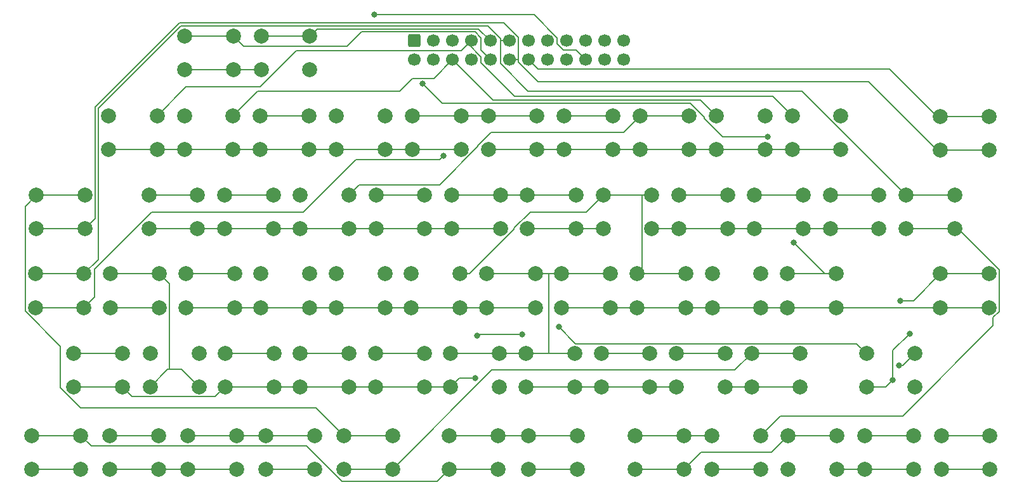
<source format=gbr>
%TF.GenerationSoftware,KiCad,Pcbnew,7.0.1*%
%TF.CreationDate,2023-09-25T23:55:44+03:00*%
%TF.ProjectId,keyboard_test,6b657962-6f61-4726-945f-746573742e6b,rev?*%
%TF.SameCoordinates,Original*%
%TF.FileFunction,Copper,L1,Top*%
%TF.FilePolarity,Positive*%
%FSLAX46Y46*%
G04 Gerber Fmt 4.6, Leading zero omitted, Abs format (unit mm)*
G04 Created by KiCad (PCBNEW 7.0.1) date 2023-09-25 23:55:44*
%MOMM*%
%LPD*%
G01*
G04 APERTURE LIST*
G04 Aperture macros list*
%AMRoundRect*
0 Rectangle with rounded corners*
0 $1 Rounding radius*
0 $2 $3 $4 $5 $6 $7 $8 $9 X,Y pos of 4 corners*
0 Add a 4 corners polygon primitive as box body*
4,1,4,$2,$3,$4,$5,$6,$7,$8,$9,$2,$3,0*
0 Add four circle primitives for the rounded corners*
1,1,$1+$1,$2,$3*
1,1,$1+$1,$4,$5*
1,1,$1+$1,$6,$7*
1,1,$1+$1,$8,$9*
0 Add four rect primitives between the rounded corners*
20,1,$1+$1,$2,$3,$4,$5,0*
20,1,$1+$1,$4,$5,$6,$7,0*
20,1,$1+$1,$6,$7,$8,$9,0*
20,1,$1+$1,$8,$9,$2,$3,0*%
G04 Aperture macros list end*
%TA.AperFunction,ComponentPad*%
%ADD10C,2.000000*%
%TD*%
%TA.AperFunction,ComponentPad*%
%ADD11RoundRect,0.250000X-0.600000X0.600000X-0.600000X-0.600000X0.600000X-0.600000X0.600000X0.600000X0*%
%TD*%
%TA.AperFunction,ComponentPad*%
%ADD12C,1.700000*%
%TD*%
%TA.AperFunction,ViaPad*%
%ADD13C,0.800000*%
%TD*%
%TA.AperFunction,Conductor*%
%ADD14C,0.200000*%
%TD*%
G04 APERTURE END LIST*
D10*
%TO.P,SW21,1,1*%
%TO.N,Net-(J1-Pin_4)*%
X118395200Y-106432400D03*
X124895200Y-106432400D03*
%TO.P,SW21,2,2*%
%TO.N,Net-(J1-Pin_17)*%
X118395200Y-110932400D03*
X124895200Y-110932400D03*
%TD*%
%TO.P,SW59,1,1*%
%TO.N,Net-(J1-Pin_6)*%
X153308100Y-138577000D03*
X159808100Y-138577000D03*
%TO.P,SW59,2,2*%
%TO.N,Net-(J1-Pin_13)*%
X153308100Y-143077000D03*
X159808100Y-143077000D03*
%TD*%
%TO.P,SW33,1,1*%
%TO.N,Net-(J1-Pin_3)*%
X112877600Y-116962800D03*
X119377600Y-116962800D03*
%TO.P,SW33,2,2*%
%TO.N,Net-(J1-Pin_15)*%
X112877600Y-121462800D03*
X119377600Y-121462800D03*
%TD*%
%TO.P,SW60,1,1*%
%TO.N,Net-(J1-Pin_1)*%
X163512500Y-138577000D03*
X170012500Y-138577000D03*
%TO.P,SW60,2,2*%
%TO.N,Net-(J1-Pin_2)*%
X163512500Y-143077000D03*
X170012500Y-143077000D03*
%TD*%
%TO.P,SW2,1,1*%
%TO.N,Net-(J1-Pin_9)*%
X72758300Y-85202200D03*
X79258300Y-85202200D03*
%TO.P,SW2,2,2*%
%TO.N,Net-(J1-Pin_20)*%
X72758300Y-89702200D03*
X79258300Y-89702200D03*
%TD*%
%TO.P,SW23,1,1*%
%TO.N,Net-(J1-Pin_6)*%
X138604300Y-106432400D03*
X145104300Y-106432400D03*
%TO.P,SW23,2,2*%
%TO.N,Net-(J1-Pin_17)*%
X138604300Y-110932400D03*
X145104300Y-110932400D03*
%TD*%
%TO.P,SW25,1,1*%
%TO.N,Net-(J1-Pin_11)*%
X158813500Y-106432400D03*
X165313500Y-106432400D03*
%TO.P,SW25,2,2*%
%TO.N,Net-(J1-Pin_18)*%
X158813500Y-110932400D03*
X165313500Y-110932400D03*
%TD*%
%TO.P,SW46,1,1*%
%TO.N,Net-(J1-Pin_5)*%
X128168500Y-127580000D03*
X134668500Y-127580000D03*
%TO.P,SW46,2,2*%
%TO.N,Net-(J1-Pin_13)*%
X128168500Y-132080000D03*
X134668500Y-132080000D03*
%TD*%
%TO.P,SW29,1,1*%
%TO.N,Net-(J1-Pin_6)*%
X72736300Y-116962800D03*
X79236300Y-116962800D03*
%TO.P,SW29,2,2*%
%TO.N,Net-(J1-Pin_23)*%
X72736300Y-121462800D03*
X79236300Y-121462800D03*
%TD*%
%TO.P,SW32,1,1*%
%TO.N,Net-(J1-Pin_3)*%
X102842200Y-116962800D03*
X109342200Y-116962800D03*
%TO.P,SW32,2,2*%
%TO.N,Net-(J1-Pin_23)*%
X102842200Y-121462800D03*
X109342200Y-121462800D03*
%TD*%
%TO.P,SW17,1,1*%
%TO.N,Net-(J1-Pin_5)*%
X77976800Y-106432400D03*
X84476800Y-106432400D03*
%TO.P,SW17,2,2*%
%TO.N,Net-(J1-Pin_22)*%
X77976800Y-110932400D03*
X84476800Y-110932400D03*
%TD*%
%TO.P,SW49,1,1*%
%TO.N,Net-(J1-Pin_13)*%
X42175500Y-138577000D03*
X48675500Y-138577000D03*
%TO.P,SW49,2,2*%
%TO.N,Net-(J1-Pin_6)*%
X42175500Y-143077000D03*
X48675500Y-143077000D03*
%TD*%
%TO.P,SW37,1,1*%
%TO.N,Net-(J1-Pin_7)*%
X163385500Y-116962800D03*
X169885500Y-116962800D03*
%TO.P,SW37,2,2*%
%TO.N,Net-(J1-Pin_15)*%
X163385500Y-121462800D03*
X169885500Y-121462800D03*
%TD*%
%TO.P,SW13,1,1*%
%TO.N,Net-(J1-Pin_14)*%
X163385500Y-95910400D03*
X169885500Y-95910400D03*
%TO.P,SW13,2,2*%
%TO.N,Net-(J1-Pin_12)*%
X163385500Y-100410400D03*
X169885500Y-100410400D03*
%TD*%
%TO.P,SW39,1,1*%
%TO.N,Net-(J1-Pin_11)*%
X57948900Y-127554600D03*
X64448900Y-127554600D03*
%TO.P,SW39,2,2*%
%TO.N,Net-(J1-Pin_20)*%
X57948900Y-132054600D03*
X64448900Y-132054600D03*
%TD*%
%TO.P,SW19,1,1*%
%TO.N,Net-(J1-Pin_3)*%
X98186000Y-106432400D03*
X104686000Y-106432400D03*
%TO.P,SW19,2,2*%
%TO.N,Net-(J1-Pin_22)*%
X98186000Y-110932400D03*
X104686000Y-110932400D03*
%TD*%
%TO.P,SW28,1,1*%
%TO.N,Net-(J1-Pin_7)*%
X62701000Y-116962800D03*
X69201000Y-116962800D03*
%TO.P,SW28,2,2*%
%TO.N,Net-(J1-Pin_23)*%
X62701000Y-121462800D03*
X69201000Y-121462800D03*
%TD*%
%TO.P,SW24,1,1*%
%TO.N,Net-(J1-Pin_7)*%
X148708900Y-106432400D03*
X155208900Y-106432400D03*
%TO.P,SW24,2,2*%
%TO.N,Net-(J1-Pin_17)*%
X148708900Y-110932400D03*
X155208900Y-110932400D03*
%TD*%
%TO.P,SW9,1,1*%
%TO.N,Net-(J1-Pin_4)*%
X113202400Y-95830000D03*
X119702400Y-95830000D03*
%TO.P,SW9,2,2*%
%TO.N,Net-(J1-Pin_19)*%
X113202400Y-100330000D03*
X119702400Y-100330000D03*
%TD*%
%TO.P,SW34,1,1*%
%TO.N,Net-(J1-Pin_4)*%
X122912900Y-116962800D03*
X129412900Y-116962800D03*
%TO.P,SW34,2,2*%
%TO.N,Net-(J1-Pin_15)*%
X122912900Y-121462800D03*
X129412900Y-121462800D03*
%TD*%
%TO.P,SW6,1,1*%
%TO.N,Net-(J1-Pin_4)*%
X82781600Y-95830000D03*
X89281600Y-95830000D03*
%TO.P,SW6,2,2*%
%TO.N,Net-(J1-Pin_21)*%
X82781600Y-100330000D03*
X89281600Y-100330000D03*
%TD*%
%TO.P,SW12,1,1*%
%TO.N,Net-(J1-Pin_7)*%
X143623100Y-95830000D03*
X150123100Y-95830000D03*
%TO.P,SW12,2,2*%
%TO.N,Net-(J1-Pin_19)*%
X143623100Y-100330000D03*
X150123100Y-100330000D03*
%TD*%
%TO.P,SW22,1,1*%
%TO.N,Net-(J1-Pin_5)*%
X128499700Y-106432400D03*
X134999700Y-106432400D03*
%TO.P,SW22,2,2*%
%TO.N,Net-(J1-Pin_17)*%
X128499700Y-110932400D03*
X134999700Y-110932400D03*
%TD*%
%TO.P,SW45,1,1*%
%TO.N,Net-(J1-Pin_4)*%
X118130500Y-127580000D03*
X124630500Y-127580000D03*
%TO.P,SW45,2,2*%
%TO.N,Net-(J1-Pin_13)*%
X118130500Y-132080000D03*
X124630500Y-132080000D03*
%TD*%
%TO.P,SW57,1,1*%
%TO.N,Net-(J1-Pin_18)*%
X132899200Y-138577000D03*
X139399200Y-138577000D03*
%TO.P,SW57,2,2*%
%TO.N,Net-(J1-Pin_8)*%
X132899200Y-143077000D03*
X139399200Y-143077000D03*
%TD*%
%TO.P,SW58,1,1*%
%TO.N,Net-(J1-Pin_9)*%
X143103600Y-138577000D03*
X149603600Y-138577000D03*
%TO.P,SW58,2,2*%
%TO.N,Net-(J1-Pin_13)*%
X143103600Y-143077000D03*
X149603600Y-143077000D03*
%TD*%
%TO.P,SW41,1,1*%
%TO.N,Net-(J1-Pin_5)*%
X77978100Y-127580000D03*
X84478100Y-127580000D03*
%TO.P,SW41,2,2*%
%TO.N,Net-(J1-Pin_24)*%
X77978100Y-132080000D03*
X84478100Y-132080000D03*
%TD*%
%TO.P,SW51,1,1*%
%TO.N,Net-(J1-Pin_8)*%
X62978100Y-138577000D03*
X69478100Y-138577000D03*
%TO.P,SW51,2,2*%
%TO.N,Net-(J1-Pin_16)*%
X62978100Y-143077000D03*
X69478100Y-143077000D03*
%TD*%
%TO.P,SW36,1,1*%
%TO.N,Net-(J1-Pin_6)*%
X142983481Y-116962800D03*
X149483481Y-116962800D03*
%TO.P,SW36,2,2*%
%TO.N,Net-(J1-Pin_15)*%
X142983481Y-121462800D03*
X149483481Y-121462800D03*
%TD*%
%TO.P,SW48,1,1*%
%TO.N,Net-(J1-Pin_24)*%
X153527900Y-127580000D03*
X160027900Y-127580000D03*
%TO.P,SW48,2,2*%
%TO.N,Net-(J1-Pin_7)*%
X153527900Y-132080000D03*
X160027900Y-132080000D03*
%TD*%
%TO.P,SW10,1,1*%
%TO.N,Net-(J1-Pin_5)*%
X123342600Y-95830000D03*
X129842600Y-95830000D03*
%TO.P,SW10,2,2*%
%TO.N,Net-(J1-Pin_19)*%
X123342600Y-100330000D03*
X129842600Y-100330000D03*
%TD*%
%TO.P,SW4,1,1*%
%TO.N,Net-(J1-Pin_6)*%
X62501100Y-95830000D03*
X69001100Y-95830000D03*
%TO.P,SW4,2,2*%
%TO.N,Net-(J1-Pin_21)*%
X62501100Y-100330000D03*
X69001100Y-100330000D03*
%TD*%
%TO.P,SW31,1,1*%
%TO.N,Net-(J1-Pin_4)*%
X92806900Y-116962800D03*
X99306900Y-116962800D03*
%TO.P,SW31,2,2*%
%TO.N,Net-(J1-Pin_23)*%
X92806900Y-121462800D03*
X99306900Y-121462800D03*
%TD*%
%TO.P,SW5,1,1*%
%TO.N,Net-(J1-Pin_5)*%
X72641400Y-95830000D03*
X79141400Y-95830000D03*
%TO.P,SW5,2,2*%
%TO.N,Net-(J1-Pin_21)*%
X72641400Y-100330000D03*
X79141400Y-100330000D03*
%TD*%
%TO.P,SW1,1,1*%
%TO.N,Net-(J1-Pin_10)*%
X62547500Y-85202200D03*
X69047500Y-85202200D03*
%TO.P,SW1,2,2*%
%TO.N,Net-(J1-Pin_20)*%
X62547500Y-89702200D03*
X69047500Y-89702200D03*
%TD*%
%TO.P,SW7,1,1*%
%TO.N,Net-(J1-Pin_3)*%
X92921900Y-95830000D03*
X99421900Y-95830000D03*
%TO.P,SW7,2,2*%
%TO.N,Net-(J1-Pin_21)*%
X92921900Y-100330000D03*
X99421900Y-100330000D03*
%TD*%
%TO.P,SW53,1,1*%
%TO.N,Net-(J1-Pin_18)*%
X83780700Y-138577000D03*
X90280700Y-138577000D03*
%TO.P,SW53,2,2*%
%TO.N,Net-(J1-Pin_10)*%
X83780700Y-143077000D03*
X90280700Y-143077000D03*
%TD*%
%TO.P,SW56,1,1*%
%TO.N,Net-(J1-Pin_18)*%
X122694700Y-138577000D03*
X129194700Y-138577000D03*
%TO.P,SW56,2,2*%
%TO.N,Net-(J1-Pin_9)*%
X122694700Y-143077000D03*
X129194700Y-143077000D03*
%TD*%
%TO.P,SW16,1,1*%
%TO.N,Net-(J1-Pin_6)*%
X67872300Y-106432400D03*
X74372300Y-106432400D03*
%TO.P,SW16,2,2*%
%TO.N,Net-(J1-Pin_22)*%
X67872300Y-110932400D03*
X74372300Y-110932400D03*
%TD*%
%TO.P,SW40,1,1*%
%TO.N,Net-(J1-Pin_6)*%
X67940100Y-127580000D03*
X74440100Y-127580000D03*
%TO.P,SW40,2,2*%
%TO.N,Net-(J1-Pin_24)*%
X67940100Y-132080000D03*
X74440100Y-132080000D03*
%TD*%
%TO.P,SW18,1,1*%
%TO.N,Net-(J1-Pin_4)*%
X88081400Y-106432400D03*
X94581400Y-106432400D03*
%TO.P,SW18,2,2*%
%TO.N,Net-(J1-Pin_22)*%
X88081400Y-110932400D03*
X94581400Y-110932400D03*
%TD*%
%TO.P,SW42,1,1*%
%TO.N,Net-(J1-Pin_4)*%
X88016200Y-127580000D03*
X94516200Y-127580000D03*
%TO.P,SW42,2,2*%
%TO.N,Net-(J1-Pin_24)*%
X88016200Y-132080000D03*
X94516200Y-132080000D03*
%TD*%
%TO.P,SW54,1,1*%
%TO.N,Net-(J1-Pin_7)*%
X97852300Y-138577000D03*
X104352300Y-138577000D03*
%TO.P,SW54,2,2*%
%TO.N,Net-(J1-Pin_13)*%
X97852300Y-143077000D03*
X104352300Y-143077000D03*
%TD*%
%TO.P,SW52,1,1*%
%TO.N,Net-(J1-Pin_8)*%
X73379400Y-138577000D03*
X79879400Y-138577000D03*
%TO.P,SW52,2,2*%
%TO.N,Net-(J1-Pin_20)*%
X73379400Y-143077000D03*
X79879400Y-143077000D03*
%TD*%
%TO.P,SW43,1,1*%
%TO.N,Net-(J1-Pin_3)*%
X98054300Y-127580000D03*
X104554300Y-127580000D03*
%TO.P,SW43,2,2*%
%TO.N,Net-(J1-Pin_24)*%
X98054300Y-132080000D03*
X104554300Y-132080000D03*
%TD*%
%TO.P,SW27,1,1*%
%TO.N,Net-(J1-Pin_20)*%
X52665700Y-116962800D03*
X59165700Y-116962800D03*
%TO.P,SW27,2,2*%
%TO.N,Net-(J1-Pin_12)*%
X52665700Y-121462800D03*
X59165700Y-121462800D03*
%TD*%
%TO.P,SW26,1,1*%
%TO.N,Net-(J1-Pin_11)*%
X42604900Y-116962800D03*
X49104900Y-116962800D03*
%TO.P,SW26,2,2*%
%TO.N,Net-(J1-Pin_14)*%
X42604900Y-121462800D03*
X49104900Y-121462800D03*
%TD*%
%TO.P,SW44,1,1*%
%TO.N,Net-(J1-Pin_3)*%
X108092400Y-127580000D03*
X114592400Y-127580000D03*
%TO.P,SW44,2,2*%
%TO.N,Net-(J1-Pin_13)*%
X108092400Y-132080000D03*
X114592400Y-132080000D03*
%TD*%
%TO.P,SW47,1,1*%
%TO.N,Net-(J1-Pin_10)*%
X138206600Y-127580000D03*
X144706600Y-127580000D03*
%TO.P,SW47,2,2*%
%TO.N,Net-(J1-Pin_13)*%
X138206600Y-132080000D03*
X144706600Y-132080000D03*
%TD*%
%TO.P,SW15,1,1*%
%TO.N,Net-(J1-Pin_7)*%
X57767700Y-106432400D03*
X64267700Y-106432400D03*
%TO.P,SW15,2,2*%
%TO.N,Net-(J1-Pin_22)*%
X57767700Y-110932400D03*
X64267700Y-110932400D03*
%TD*%
%TO.P,SW35,1,1*%
%TO.N,Net-(J1-Pin_5)*%
X132948200Y-116962800D03*
X139448200Y-116962800D03*
%TO.P,SW35,2,2*%
%TO.N,Net-(J1-Pin_15)*%
X132948200Y-121462800D03*
X139448200Y-121462800D03*
%TD*%
%TO.P,SW55,1,1*%
%TO.N,Net-(J1-Pin_7)*%
X108418700Y-138577000D03*
X114918700Y-138577000D03*
%TO.P,SW55,2,2*%
%TO.N,Net-(J1-Pin_13)*%
X108418700Y-143077000D03*
X114918700Y-143077000D03*
%TD*%
%TO.P,SW3,1,1*%
%TO.N,Net-(J1-Pin_7)*%
X52360900Y-95830000D03*
X58860900Y-95830000D03*
%TO.P,SW3,2,2*%
%TO.N,Net-(J1-Pin_21)*%
X52360900Y-100330000D03*
X58860900Y-100330000D03*
%TD*%
%TO.P,SW11,1,1*%
%TO.N,Net-(J1-Pin_6)*%
X133482900Y-95830000D03*
X139982900Y-95830000D03*
%TO.P,SW11,2,2*%
%TO.N,Net-(J1-Pin_19)*%
X133482900Y-100330000D03*
X139982900Y-100330000D03*
%TD*%
%TO.P,SW38,1,1*%
%TO.N,Net-(J1-Pin_7)*%
X47739300Y-127565200D03*
X54239300Y-127565200D03*
%TO.P,SW38,2,2*%
%TO.N,Net-(J1-Pin_24)*%
X47739300Y-132065200D03*
X54239300Y-132065200D03*
%TD*%
%TO.P,SW30,1,1*%
%TO.N,Net-(J1-Pin_5)*%
X82771600Y-116962800D03*
X89271600Y-116962800D03*
%TO.P,SW30,2,2*%
%TO.N,Net-(J1-Pin_23)*%
X82771600Y-121462800D03*
X89271600Y-121462800D03*
%TD*%
%TO.P,SW50,1,1*%
%TO.N,Net-(J1-Pin_11)*%
X52576800Y-138577000D03*
X59076800Y-138577000D03*
%TO.P,SW50,2,2*%
%TO.N,Net-(J1-Pin_16)*%
X52576800Y-143077000D03*
X59076800Y-143077000D03*
%TD*%
%TO.P,SW14,1,1*%
%TO.N,Net-(J1-Pin_18)*%
X42735500Y-106432400D03*
X49235500Y-106432400D03*
%TO.P,SW14,2,2*%
%TO.N,Net-(J1-Pin_12)*%
X42735500Y-110932400D03*
X49235500Y-110932400D03*
%TD*%
%TO.P,SW8,1,1*%
%TO.N,Net-(J1-Pin_3)*%
X103062100Y-95830000D03*
X109562100Y-95830000D03*
%TO.P,SW8,2,2*%
%TO.N,Net-(J1-Pin_19)*%
X103062100Y-100330000D03*
X109562100Y-100330000D03*
%TD*%
%TO.P,SW20,1,1*%
%TO.N,Net-(J1-Pin_3)*%
X108290600Y-106432400D03*
X114790600Y-106432400D03*
%TO.P,SW20,2,2*%
%TO.N,Net-(J1-Pin_17)*%
X108290600Y-110932400D03*
X114790600Y-110932400D03*
%TD*%
D11*
%TO.P,J1,1,Pin_1*%
%TO.N,Net-(J1-Pin_1)*%
X93202900Y-85786400D03*
D12*
%TO.P,J1,2,Pin_2*%
%TO.N,Net-(J1-Pin_2)*%
X93202900Y-88326400D03*
%TO.P,J1,3,Pin_3*%
%TO.N,Net-(J1-Pin_3)*%
X95742900Y-85786400D03*
%TO.P,J1,4,Pin_4*%
%TO.N,Net-(J1-Pin_4)*%
X95742900Y-88326400D03*
%TO.P,J1,5,Pin_5*%
%TO.N,Net-(J1-Pin_5)*%
X98282900Y-85786400D03*
%TO.P,J1,6,Pin_6*%
%TO.N,Net-(J1-Pin_6)*%
X98282900Y-88326400D03*
%TO.P,J1,7,Pin_7*%
%TO.N,Net-(J1-Pin_7)*%
X100822900Y-85786400D03*
%TO.P,J1,8,Pin_8*%
%TO.N,Net-(J1-Pin_8)*%
X100822900Y-88326400D03*
%TO.P,J1,9,Pin_9*%
%TO.N,Net-(J1-Pin_9)*%
X103362900Y-85786400D03*
%TO.P,J1,10,Pin_10*%
%TO.N,Net-(J1-Pin_10)*%
X103362900Y-88326400D03*
%TO.P,J1,11,Pin_11*%
%TO.N,Net-(J1-Pin_11)*%
X105902900Y-85786400D03*
%TO.P,J1,12,Pin_12*%
%TO.N,Net-(J1-Pin_12)*%
X105902900Y-88326400D03*
%TO.P,J1,13,Pin_13*%
%TO.N,Net-(J1-Pin_13)*%
X108442900Y-85786400D03*
%TO.P,J1,14,Pin_14*%
%TO.N,Net-(J1-Pin_14)*%
X108442900Y-88326400D03*
%TO.P,J1,15,Pin_15*%
%TO.N,Net-(J1-Pin_15)*%
X110982900Y-85786400D03*
%TO.P,J1,16,Pin_16*%
%TO.N,Net-(J1-Pin_16)*%
X110982900Y-88326400D03*
%TO.P,J1,17,Pin_17*%
%TO.N,Net-(J1-Pin_17)*%
X113522900Y-85786400D03*
%TO.P,J1,18,Pin_18*%
%TO.N,Net-(J1-Pin_18)*%
X113522900Y-88326400D03*
%TO.P,J1,19,Pin_19*%
%TO.N,Net-(J1-Pin_19)*%
X116062900Y-85786400D03*
%TO.P,J1,20,Pin_20*%
%TO.N,Net-(J1-Pin_20)*%
X116062900Y-88326400D03*
%TO.P,J1,21,Pin_21*%
%TO.N,Net-(J1-Pin_21)*%
X118602900Y-85786400D03*
%TO.P,J1,22,Pin_22*%
%TO.N,Net-(J1-Pin_22)*%
X118602900Y-88326400D03*
%TO.P,J1,23,Pin_23*%
%TO.N,Net-(J1-Pin_23)*%
X121142900Y-85786400D03*
%TO.P,J1,24,Pin_24*%
%TO.N,Net-(J1-Pin_24)*%
X121142900Y-88326400D03*
%TD*%
D13*
%TO.N,Net-(J1-Pin_2)*%
X94281200Y-91516500D03*
X140361600Y-98593600D03*
%TO.N,Net-(J1-Pin_6)*%
X143825100Y-112786600D03*
%TO.N,Net-(J1-Pin_7)*%
X157058500Y-131150800D03*
X158049100Y-120533600D03*
X159293700Y-124927800D03*
%TO.N,Net-(J1-Pin_14)*%
X97086100Y-101164400D03*
%TO.N,Net-(J1-Pin_20)*%
X87852400Y-82332800D03*
%TO.N,Net-(J1-Pin_24)*%
X157845900Y-129195000D03*
X112506900Y-124064200D03*
X101610300Y-125258000D03*
X107579300Y-125054800D03*
X101280100Y-130922200D03*
%TD*%
D14*
%TO.N,Net-(J1-Pin_1)*%
X170012500Y-138577000D02*
X163512500Y-138577000D01*
%TO.N,Net-(J1-Pin_2)*%
X170012500Y-143077000D02*
X163512500Y-143077000D01*
X94281200Y-91516500D02*
X96889200Y-94124500D01*
X96889200Y-94124500D02*
X130013900Y-94124500D01*
X131887000Y-96139200D02*
X134341400Y-98593600D01*
X131887000Y-95997600D02*
X131887000Y-96139200D01*
X130013900Y-94124500D02*
X131887000Y-95997600D01*
X134341400Y-98593600D02*
X140361600Y-98593600D01*
%TO.N,Net-(J1-Pin_3)*%
X99421900Y-95830000D02*
X92921900Y-95830000D01*
X112877600Y-116962800D02*
X111109900Y-116962800D01*
X102842200Y-116962800D02*
X109342200Y-116962800D01*
X108290600Y-106432400D02*
X104686000Y-106432400D01*
X108092400Y-127580000D02*
X104554300Y-127580000D01*
X111109900Y-116962800D02*
X109342200Y-116962800D01*
X111109900Y-127580000D02*
X108092400Y-127580000D01*
X111109900Y-127580000D02*
X111109900Y-116962800D01*
X114592400Y-127580000D02*
X111109900Y-127580000D01*
X114790600Y-106432400D02*
X108290600Y-106432400D01*
X104686000Y-106432400D02*
X98186000Y-106432400D01*
X103062100Y-95830000D02*
X99421900Y-95830000D01*
X119377600Y-116962800D02*
X112877600Y-116962800D01*
X109562100Y-95830000D02*
X103062100Y-95830000D01*
X104554300Y-127580000D02*
X98054300Y-127580000D01*
%TO.N,Net-(J1-Pin_4)*%
X129412900Y-116962800D02*
X123576400Y-116962800D01*
X106488400Y-110838800D02*
X108644800Y-108682400D01*
X99306900Y-116962800D02*
X100536800Y-116962800D01*
X119702400Y-95830000D02*
X113202400Y-95830000D01*
X94581400Y-106432400D02*
X88081400Y-106432400D01*
X100536800Y-116962800D02*
X106488400Y-111011200D01*
X124630500Y-127580000D02*
X118130500Y-127580000D01*
X123576400Y-106432400D02*
X124895200Y-106432400D01*
X116145200Y-108682400D02*
X118395200Y-106432400D01*
X123576400Y-116962800D02*
X122912900Y-116962800D01*
X94516200Y-127580000D02*
X88016200Y-127580000D01*
X106488400Y-111011200D02*
X106488400Y-110838800D01*
X108644800Y-108682400D02*
X116145200Y-108682400D01*
X118395200Y-106432400D02*
X123576400Y-106432400D01*
X123576400Y-116962800D02*
X123576400Y-106432400D01*
%TO.N,Net-(J1-Pin_5)*%
X72641400Y-95830000D02*
X79141400Y-95830000D01*
X84478100Y-127580000D02*
X77978100Y-127580000D01*
X84476800Y-106432400D02*
X85847900Y-105061300D01*
X121092600Y-98080000D02*
X123342600Y-95830000D01*
X129842600Y-95830000D02*
X123342600Y-95830000D01*
X96567400Y-105061300D02*
X101701700Y-99927000D01*
X101701700Y-99814800D02*
X103436500Y-98080000D01*
X103436500Y-98080000D02*
X121092600Y-98080000D01*
X85847900Y-105061300D02*
X96567400Y-105061300D01*
X134999700Y-106432400D02*
X128499700Y-106432400D01*
X101701700Y-99927000D02*
X101701700Y-99814800D01*
X134668500Y-127580000D02*
X128168500Y-127580000D01*
%TO.N,Net-(J1-Pin_6)*%
X142983481Y-116962800D02*
X149483481Y-116962800D01*
X69001100Y-95830000D02*
X72287300Y-92543800D01*
X91238100Y-92543800D02*
X92967300Y-90814600D01*
X95794700Y-90814600D02*
X98282900Y-88326400D01*
X131372700Y-93719800D02*
X133482900Y-95830000D01*
X149483481Y-116962800D02*
X148001300Y-116962800D01*
X98282900Y-88326400D02*
X103676300Y-93719800D01*
X92967300Y-90814600D02*
X95794700Y-90814600D01*
X145104300Y-106432400D02*
X138604300Y-106432400D01*
X148001300Y-116962800D02*
X143825100Y-112786600D01*
X74440100Y-127580000D02*
X67940100Y-127580000D01*
X159808100Y-138577000D02*
X153308100Y-138577000D01*
X72287300Y-92543800D02*
X91238100Y-92543800D01*
X74372300Y-106432400D02*
X67872300Y-106432400D01*
X48675500Y-143077000D02*
X42175500Y-143077000D01*
X103676300Y-93719800D02*
X131372700Y-93719800D01*
%TO.N,Net-(J1-Pin_7)*%
X69201000Y-116962800D02*
X62701000Y-116962800D01*
X163385500Y-116962800D02*
X159814700Y-120533600D01*
X169885500Y-116962800D02*
X163385500Y-116962800D01*
X100386500Y-86222800D02*
X99464600Y-87144700D01*
X114918700Y-138577000D02*
X108418700Y-138577000D01*
X104352300Y-138577000D02*
X97852300Y-138577000D01*
X102092900Y-88753200D02*
X106575400Y-93235700D01*
X157058500Y-127163000D02*
X157058500Y-131150800D01*
X141026800Y-93235700D02*
X141793300Y-94002200D01*
X77403300Y-87144700D02*
X72606300Y-91941700D01*
X72606300Y-91941700D02*
X62749200Y-91941700D01*
X159814700Y-120533600D02*
X158049100Y-120533600D01*
X159293700Y-124927800D02*
X157058500Y-127163000D01*
X62749200Y-91941700D02*
X58860900Y-95830000D01*
X64267700Y-106432400D02*
X57767700Y-106432400D01*
X155208900Y-106432400D02*
X148708900Y-106432400D01*
X106575400Y-93235700D02*
X141026800Y-93235700D01*
X100386500Y-86222800D02*
X102092900Y-87929300D01*
X141795300Y-94002200D02*
X143623100Y-95830000D01*
X100822900Y-85786400D02*
X100386500Y-86222800D01*
X141793300Y-94002200D02*
X141795300Y-94002200D01*
X108418700Y-138577000D02*
X104352300Y-138577000D01*
X54239300Y-127565200D02*
X47739300Y-127565200D01*
X156129300Y-132080000D02*
X157058500Y-131150800D01*
X102092900Y-87929300D02*
X102092900Y-88753200D01*
X99464600Y-87144700D02*
X77403300Y-87144700D01*
X153527900Y-132080000D02*
X156129300Y-132080000D01*
%TO.N,Net-(J1-Pin_8)*%
X79879400Y-138577000D02*
X73379400Y-138577000D01*
X73379400Y-138577000D02*
X69478100Y-138577000D01*
X69478100Y-138577000D02*
X62978100Y-138577000D01*
X139399200Y-143077000D02*
X132899200Y-143077000D01*
%TO.N,Net-(J1-Pin_9)*%
X129194700Y-143077000D02*
X131444700Y-140827000D01*
X140853600Y-140827000D02*
X143103600Y-138577000D01*
X149603600Y-138577000D02*
X143103600Y-138577000D01*
X79258300Y-85202200D02*
X80260100Y-84200400D01*
X122694700Y-143077000D02*
X129194700Y-143077000D01*
X101776900Y-84200400D02*
X103362900Y-85786400D01*
X79258300Y-85202200D02*
X72758300Y-85202200D01*
X80260100Y-84200400D02*
X101776900Y-84200400D01*
X131444700Y-140827000D02*
X140853600Y-140827000D01*
%TO.N,Net-(J1-Pin_10)*%
X103362900Y-88326400D02*
X102110700Y-87074200D01*
X70383400Y-86538100D02*
X69047500Y-85202200D01*
X103527700Y-129830000D02*
X90280700Y-143077000D01*
X144706600Y-127580000D02*
X138206600Y-127580000D01*
X84229000Y-86538100D02*
X70383400Y-86538100D01*
X102110700Y-87074200D02*
X102110700Y-85385400D01*
X86160100Y-84607000D02*
X84229000Y-86538100D01*
X90280700Y-143077000D02*
X83780700Y-143077000D01*
X102110700Y-85385400D02*
X101332300Y-84607000D01*
X101332300Y-84607000D02*
X86160100Y-84607000D01*
X62547500Y-85202200D02*
X69047500Y-85202200D01*
X138206600Y-127580000D02*
X135956600Y-129830000D01*
X135956600Y-129830000D02*
X103527700Y-129830000D01*
%TO.N,Net-(J1-Pin_11)*%
X104712200Y-85786400D02*
X104712200Y-85488700D01*
X165313500Y-106432400D02*
X158813500Y-106432400D01*
X104712300Y-85786400D02*
X105902900Y-85786400D01*
X51036700Y-115031000D02*
X49104900Y-116962800D01*
X104712300Y-85786400D02*
X104712200Y-85786400D01*
X51036700Y-94793000D02*
X51036700Y-115031000D01*
X49104900Y-116962800D02*
X42604900Y-116962800D01*
X59076800Y-138577000D02*
X52576800Y-138577000D01*
X104712300Y-85786400D02*
X104712300Y-88829900D01*
X108383200Y-92500800D02*
X144881900Y-92500800D01*
X104712300Y-88829900D02*
X108383200Y-92500800D01*
X103014100Y-83790600D02*
X62039100Y-83790600D01*
X144881900Y-92500800D02*
X158813500Y-106432400D01*
X104712200Y-85488700D02*
X103014100Y-83790600D01*
X62039100Y-83790600D02*
X51036700Y-94793000D01*
%TO.N,Net-(J1-Pin_12)*%
X107093500Y-88326400D02*
X107093500Y-85344700D01*
X169885500Y-100410400D02*
X162929500Y-100410400D01*
X162929500Y-100410400D02*
X153801800Y-91282700D01*
X61872700Y-83388700D02*
X50634800Y-94626600D01*
X42735500Y-110932400D02*
X49235500Y-110932400D01*
X153801800Y-91282700D02*
X109732300Y-91282700D01*
X105137500Y-83388700D02*
X61872700Y-83388700D01*
X107093500Y-88643900D02*
X107093500Y-88326400D01*
X107093500Y-85344700D02*
X105137500Y-83388700D01*
X107093500Y-88326400D02*
X105902900Y-88326400D01*
X59165700Y-121462800D02*
X52665700Y-121462800D01*
X50634800Y-94626600D02*
X50634800Y-109533100D01*
X109732300Y-91282700D02*
X107093500Y-88643900D01*
X50634800Y-109533100D02*
X49235500Y-110932400D01*
%TO.N,Net-(J1-Pin_13)*%
X50076100Y-139977600D02*
X48675500Y-138577000D01*
X138206600Y-132080000D02*
X134668500Y-132080000D01*
X159808100Y-143077000D02*
X153308100Y-143077000D01*
X83532500Y-144714400D02*
X78795700Y-139977600D01*
X124630500Y-132080000D02*
X128168500Y-132080000D01*
X104352300Y-143077000D02*
X97852300Y-143077000D01*
X149603600Y-143077000D02*
X153308100Y-143077000D01*
X108092400Y-132080000D02*
X114592400Y-132080000D01*
X144706600Y-132080000D02*
X138206600Y-132080000D01*
X114592400Y-132080000D02*
X118130500Y-132080000D01*
X97852300Y-143077000D02*
X96214900Y-144714400D01*
X114918700Y-143077000D02*
X108418700Y-143077000D01*
X118130500Y-132080000D02*
X124630500Y-132080000D01*
X78795700Y-139977600D02*
X50076100Y-139977600D01*
X96214900Y-144714400D02*
X83532500Y-144714400D01*
X48675500Y-138577000D02*
X42175500Y-138577000D01*
%TO.N,Net-(J1-Pin_14)*%
X109717800Y-89601300D02*
X108442900Y-88326400D01*
X58110700Y-108682400D02*
X50493450Y-116299650D01*
X50493450Y-116299650D02*
X50493450Y-120074250D01*
X169885500Y-95910400D02*
X162929500Y-95910400D01*
X162929500Y-95910400D02*
X156620400Y-89601300D01*
X85372300Y-101697800D02*
X78387700Y-108682400D01*
X97086100Y-101164400D02*
X96552700Y-101697800D01*
X50493450Y-120074250D02*
X49104900Y-121462800D01*
X156620400Y-89601300D02*
X109717800Y-89601300D01*
X96552700Y-101697800D02*
X85372300Y-101697800D01*
X42604900Y-121462800D02*
X49104900Y-121462800D01*
X78387700Y-108682400D02*
X58110700Y-108682400D01*
%TO.N,Net-(J1-Pin_15)*%
X169885500Y-121462800D02*
X163385500Y-121462800D01*
X122912900Y-121462800D02*
X119377600Y-121462800D01*
X139448200Y-121462800D02*
X132948200Y-121462800D01*
X119377600Y-121462800D02*
X112877600Y-121462800D01*
X129412900Y-121462800D02*
X122912900Y-121462800D01*
X132948200Y-121462800D02*
X129412900Y-121462800D01*
X163385500Y-121462800D02*
X139448200Y-121462800D01*
%TO.N,Net-(J1-Pin_16)*%
X59076800Y-143077000D02*
X62978100Y-143077000D01*
X52576800Y-143077000D02*
X59076800Y-143077000D01*
X69478100Y-143077000D02*
X62978100Y-143077000D01*
%TO.N,Net-(J1-Pin_17)*%
X148708900Y-110932400D02*
X155208900Y-110932400D01*
X145104300Y-110932400D02*
X148708900Y-110932400D01*
X114790600Y-110932400D02*
X118395200Y-110932400D01*
X145104300Y-110932400D02*
X138604300Y-110932400D01*
X134999700Y-110932400D02*
X128499700Y-110932400D01*
X138604300Y-110932400D02*
X134999700Y-110932400D01*
X128499700Y-110932400D02*
X124895200Y-110932400D01*
X108290600Y-110932400D02*
X114790600Y-110932400D01*
%TO.N,Net-(J1-Pin_18)*%
X83780700Y-138577000D02*
X80070100Y-134866400D01*
X48698700Y-134866400D02*
X45984300Y-132152000D01*
X45984300Y-132152000D02*
X45984300Y-126683400D01*
X139399200Y-138577000D02*
X142027200Y-135949000D01*
X165750400Y-110932400D02*
X165313500Y-110932400D01*
X170423978Y-122762800D02*
X171219800Y-121966978D01*
X41260000Y-121959100D02*
X41260000Y-107907900D01*
X158370500Y-135949000D02*
X170423978Y-123895522D01*
X165313500Y-110932400D02*
X158813500Y-110932400D01*
X41260000Y-107907900D02*
X42735500Y-106432400D01*
X122694700Y-138577000D02*
X129194700Y-138577000D01*
X42735500Y-106432400D02*
X49235500Y-106432400D01*
X171219800Y-116401800D02*
X165750400Y-110932400D01*
X90280700Y-138577000D02*
X83780700Y-138577000D01*
X142027200Y-135949000D02*
X158370500Y-135949000D01*
X80070100Y-134866400D02*
X48698700Y-134866400D01*
X170423978Y-123895522D02*
X170423978Y-122762800D01*
X45984300Y-126683400D02*
X41260000Y-121959100D01*
X171219800Y-121966978D02*
X171219800Y-116401800D01*
X129194700Y-138577000D02*
X132899200Y-138577000D01*
%TO.N,Net-(J1-Pin_19)*%
X109562100Y-100330000D02*
X113202400Y-100330000D01*
X103062100Y-100330000D02*
X109562100Y-100330000D01*
X139982900Y-100330000D02*
X143623100Y-100330000D01*
X129842600Y-100330000D02*
X123342600Y-100330000D01*
X150123100Y-100330000D02*
X143623100Y-100330000D01*
X119702400Y-100330000D02*
X113202400Y-100330000D01*
X129842600Y-100330000D02*
X133482900Y-100330000D01*
X123342600Y-100330000D02*
X119702400Y-100330000D01*
X133482900Y-100330000D02*
X139982900Y-100330000D01*
%TO.N,Net-(J1-Pin_20)*%
X62547500Y-89702200D02*
X69047500Y-89702200D01*
X109165200Y-82332800D02*
X87852400Y-82332800D01*
X113104400Y-87056400D02*
X112252900Y-86204900D01*
X60496400Y-129737700D02*
X60265800Y-129737700D01*
X69047500Y-89702200D02*
X72758300Y-89702200D01*
X62132000Y-129737700D02*
X60496400Y-129737700D01*
X112252900Y-86204900D02*
X112252900Y-85420500D01*
X52665700Y-116962800D02*
X59165700Y-116962800D01*
X79879400Y-143077000D02*
X73379400Y-143077000D01*
X116062900Y-88326400D02*
X114792900Y-87056400D01*
X64448900Y-132054600D02*
X62132000Y-129737700D01*
X114792900Y-87056400D02*
X113104400Y-87056400D01*
X112252900Y-85420500D02*
X109165200Y-82332800D01*
X60496400Y-118293500D02*
X60496400Y-129737700D01*
X60265800Y-129737700D02*
X57948900Y-132054600D01*
X59165700Y-116962800D02*
X60496400Y-118293500D01*
%TO.N,Net-(J1-Pin_21)*%
X69001100Y-100330000D02*
X72641400Y-100330000D01*
X72641400Y-100330000D02*
X79141400Y-100330000D01*
X99421900Y-100330000D02*
X92921900Y-100330000D01*
X52360900Y-100330000D02*
X58860900Y-100330000D01*
X58860900Y-100330000D02*
X62501100Y-100330000D01*
X79141400Y-100330000D02*
X82781600Y-100330000D01*
X89281600Y-100330000D02*
X82781600Y-100330000D01*
X92921900Y-100330000D02*
X89281600Y-100330000D01*
X62501100Y-100330000D02*
X69001100Y-100330000D01*
%TO.N,Net-(J1-Pin_22)*%
X98186000Y-110932400D02*
X94581400Y-110932400D01*
X67872300Y-110932400D02*
X74372300Y-110932400D01*
X64267700Y-110932400D02*
X67872300Y-110932400D01*
X104686000Y-110932400D02*
X98186000Y-110932400D01*
X94581400Y-110932400D02*
X88081400Y-110932400D01*
X57767700Y-110932400D02*
X64267700Y-110932400D01*
X74372300Y-110932400D02*
X77976800Y-110932400D01*
X84476800Y-110932400D02*
X77976800Y-110932400D01*
X88081400Y-110932400D02*
X84476800Y-110932400D01*
%TO.N,Net-(J1-Pin_23)*%
X82771600Y-121462800D02*
X79236300Y-121462800D01*
X62701000Y-121462800D02*
X69201000Y-121462800D01*
X79236300Y-121462800D02*
X72736300Y-121462800D01*
X89271600Y-121462800D02*
X82771600Y-121462800D01*
X109342200Y-121462800D02*
X102842200Y-121462800D01*
X92806900Y-121462800D02*
X89271600Y-121462800D01*
X69201000Y-121462800D02*
X72736300Y-121462800D01*
X102842200Y-121462800D02*
X99306900Y-121462800D01*
X99306900Y-121462800D02*
X92806900Y-121462800D01*
%TO.N,Net-(J1-Pin_24)*%
X54239300Y-132065200D02*
X55556200Y-133382100D01*
X74440100Y-132080000D02*
X77978100Y-132080000D01*
X107579300Y-125054800D02*
X101813500Y-125054800D01*
X101280100Y-130922200D02*
X99212100Y-130922200D01*
X84478100Y-132080000D02*
X77978100Y-132080000D01*
X88016200Y-132080000D02*
X84478100Y-132080000D01*
X101813500Y-125054800D02*
X101610300Y-125258000D01*
X153527900Y-127580000D02*
X152227900Y-126280000D01*
X47739300Y-132065200D02*
X54239300Y-132065200D01*
X114722700Y-126280000D02*
X112506900Y-124064200D01*
X98054300Y-132080000D02*
X94516200Y-132080000D01*
X158412900Y-129195000D02*
X157845900Y-129195000D01*
X67940100Y-132080000D02*
X74440100Y-132080000D01*
X160027900Y-127580000D02*
X158412900Y-129195000D01*
X152227900Y-126280000D02*
X114722700Y-126280000D01*
X94516200Y-132080000D02*
X88016200Y-132080000D01*
X66638000Y-133382100D02*
X67940100Y-132080000D01*
X99212100Y-130922200D02*
X98054300Y-132080000D01*
X55556200Y-133382100D02*
X66638000Y-133382100D01*
%TD*%
M02*

</source>
